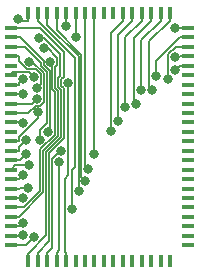
<source format=gtl>
%TF.GenerationSoftware,KiCad,Pcbnew,7.0.8*%
%TF.CreationDate,2024-02-10T12:17:18+00:00*%
%TF.ProjectId,Neptune-32x-315-5805-bypass,4e657074-756e-4652-9d33-32782d333135,rev?*%
%TF.SameCoordinates,Original*%
%TF.FileFunction,Copper,L1,Top*%
%TF.FilePolarity,Positive*%
%FSLAX46Y46*%
G04 Gerber Fmt 4.6, Leading zero omitted, Abs format (unit mm)*
G04 Created by KiCad (PCBNEW 7.0.8) date 2024-02-10 12:17:18*
%MOMM*%
%LPD*%
G01*
G04 APERTURE LIST*
%TA.AperFunction,SMDPad,CuDef*%
%ADD10R,1.000000X0.300000*%
%TD*%
%TA.AperFunction,SMDPad,CuDef*%
%ADD11R,0.300000X1.000000*%
%TD*%
%TA.AperFunction,ViaPad*%
%ADD12C,0.800000*%
%TD*%
%TA.AperFunction,Conductor*%
%ADD13C,0.127000*%
%TD*%
G04 APERTURE END LIST*
D10*
%TO.P,IC1,1,RA4*%
%TO.N,VA4*%
X97572800Y-64505600D03*
%TO.P,IC1,2,RA3*%
%TO.N,VA3*%
X97572800Y-65305600D03*
%TO.P,IC1,3,RA2*%
%TO.N,VA2*%
X97572800Y-66105600D03*
%TO.P,IC1,4,RA1*%
%TO.N,VA1*%
X97572800Y-66905600D03*
%TO.P,IC1,5,GND*%
%TO.N,unconnected-(IC1-GND-Pad5)*%
X97572800Y-67705600D03*
%TO.P,IC1,6,VA23*%
%TO.N,VA23*%
X97572800Y-68505600D03*
%TO.P,IC1,7,VA22*%
%TO.N,VA22*%
X97572800Y-69305600D03*
%TO.P,IC1,8,OVA21*%
%TO.N,VA21*%
X97572800Y-70105600D03*
%TO.P,IC1,9,OVA20*%
%TO.N,VA20*%
X97572800Y-70905600D03*
%TO.P,IC1,10,OVA19*%
%TO.N,VA19*%
X97572800Y-71705600D03*
%TO.P,IC1,11,VA18*%
%TO.N,VA18*%
X97572800Y-72505600D03*
%TO.P,IC1,12,GND*%
%TO.N,unconnected-(IC1-GND-Pad12)*%
X97572800Y-73305600D03*
%TO.P,IC1,13,VA17*%
%TO.N,VA17*%
X97572800Y-74105600D03*
%TO.P,IC1,14,VA16*%
%TO.N,VA16*%
X97572800Y-74905600D03*
%TO.P,IC1,15,VA15*%
%TO.N,VA15*%
X97572800Y-75705600D03*
%TO.P,IC1,16,VA14*%
%TO.N,VA14*%
X97572800Y-76505600D03*
%TO.P,IC1,17,VA13*%
%TO.N,VA13*%
X97572800Y-77305600D03*
%TO.P,IC1,18,VA12*%
%TO.N,VA12*%
X97572800Y-78105600D03*
%TO.P,IC1,19,VA11*%
%TO.N,VA11*%
X97572800Y-78905600D03*
%TO.P,IC1,20,VA10*%
%TO.N,VA10*%
X97572800Y-79705600D03*
%TO.P,IC1,21,VA9*%
%TO.N,VA9*%
X97572800Y-80505600D03*
%TO.P,IC1,22,VA8*%
%TO.N,VA8*%
X97572800Y-81305600D03*
%TO.P,IC1,23,VA7*%
%TO.N,VA7*%
X97572800Y-82105600D03*
%TO.P,IC1,24,VA6*%
%TO.N,VA6*%
X97572800Y-82905600D03*
D11*
%TO.P,IC1,25,VA5*%
%TO.N,VA5*%
X99072800Y-84205600D03*
%TO.P,IC1,26,VA4*%
%TO.N,VA4*%
X99872800Y-84205600D03*
%TO.P,IC1,27,VA3*%
%TO.N,VA3*%
X100672800Y-84205600D03*
%TO.P,IC1,28,VA2*%
%TO.N,VA2*%
X101472800Y-84205600D03*
%TO.P,IC1,29,VA1*%
%TO.N,VA1*%
X102272800Y-84205600D03*
%TO.P,IC1,30,SHA21*%
%TO.N,unconnected-(IC1-SHA21-Pad30)*%
X103072800Y-84205600D03*
%TO.P,IC1,31,SHA20*%
%TO.N,unconnected-(IC1-SHA20-Pad31)*%
X103872800Y-84205600D03*
%TO.P,IC1,32,CKIO*%
%TO.N,unconnected-(IC1-CKIO-Pad32)*%
X104672800Y-84205600D03*
%TO.P,IC1,33,GND*%
%TO.N,unconnected-(IC1-GND-Pad33)*%
X105472800Y-84205600D03*
%TO.P,IC1,34,VDD*%
%TO.N,unconnected-(IC1-VDD-Pad34)*%
X106272800Y-84205600D03*
%TO.P,IC1,35,BREQ*%
%TO.N,unconnected-(IC1-BREQ-Pad35)*%
X107072800Y-84205600D03*
%TO.P,IC1,36,OBACK*%
%TO.N,unconnected-(IC1-OBACK-Pad36)*%
X107872800Y-84205600D03*
%TO.P,IC1,37,OBACK*%
%TO.N,unconnected-(IC1-OBACK-Pad37)*%
X108672800Y-84205600D03*
%TO.P,IC1,38,SHA19*%
%TO.N,unconnected-(IC1-SHA19-Pad38)*%
X109472800Y-84205600D03*
%TO.P,IC1,39,SHA18*%
%TO.N,unconnected-(IC1-SHA18-Pad39)*%
X110272800Y-84205600D03*
%TO.P,IC1,40,SHA1*%
%TO.N,unconnected-(IC1-SHA1-Pad40)*%
X111072800Y-84205600D03*
D10*
%TO.P,IC1,41,SHA2*%
%TO.N,unconnected-(IC1-SHA2-Pad41)*%
X112572800Y-82905600D03*
%TO.P,IC1,42,SHA3*%
%TO.N,unconnected-(IC1-SHA3-Pad42)*%
X112572800Y-82105600D03*
%TO.P,IC1,43,SHA4*%
%TO.N,unconnected-(IC1-SHA4-Pad43)*%
X112572800Y-81305600D03*
%TO.P,IC1,44,SHA5*%
%TO.N,unconnected-(IC1-SHA5-Pad44)*%
X112572800Y-80505600D03*
%TO.P,IC1,45,SHA6*%
%TO.N,unconnected-(IC1-SHA6-Pad45)*%
X112572800Y-79705600D03*
%TO.P,IC1,46,SHA7*%
%TO.N,unconnected-(IC1-SHA7-Pad46)*%
X112572800Y-78905600D03*
%TO.P,IC1,47,SHA8*%
%TO.N,unconnected-(IC1-SHA8-Pad47)*%
X112572800Y-78105600D03*
%TO.P,IC1,48,SHA9*%
%TO.N,unconnected-(IC1-SHA9-Pad48)*%
X112572800Y-77305600D03*
%TO.P,IC1,49,SHA10*%
%TO.N,unconnected-(IC1-SHA10-Pad49)*%
X112572800Y-76505600D03*
%TO.P,IC1,50,SHA11*%
%TO.N,unconnected-(IC1-SHA11-Pad50)*%
X112572800Y-75705600D03*
%TO.P,IC1,51,SHA12*%
%TO.N,unconnected-(IC1-SHA12-Pad51)*%
X112572800Y-74905600D03*
%TO.P,IC1,52,SHA13*%
%TO.N,unconnected-(IC1-SHA13-Pad52)*%
X112572800Y-74105600D03*
%TO.P,IC1,53,GND*%
%TO.N,unconnected-(IC1-GND-Pad53)*%
X112572800Y-73305600D03*
%TO.P,IC1,54,SHA14*%
%TO.N,unconnected-(IC1-SHA14-Pad54)*%
X112572800Y-72505600D03*
%TO.P,IC1,55,SHA15*%
%TO.N,unconnected-(IC1-SHA15-Pad55)*%
X112572800Y-71705600D03*
%TO.P,IC1,56,SHA16*%
%TO.N,unconnected-(IC1-SHA16-Pad56)*%
X112572800Y-70905600D03*
%TO.P,IC1,57,SHA17*%
%TO.N,unconnected-(IC1-SHA17-Pad57)*%
X112572800Y-70105600D03*
%TO.P,IC1,58,~{SEL}*%
%TO.N,unconnected-(IC1-~{SEL}-Pad58)*%
X112572800Y-69305600D03*
%TO.P,IC1,59,GND*%
%TO.N,unconnected-(IC1-GND-Pad59)*%
X112572800Y-68505600D03*
%TO.P,IC1,60,RA23*%
%TO.N,VA23*%
X112572800Y-67705600D03*
%TO.P,IC1,61,RA22*%
%TO.N,VA22*%
X112572800Y-66905600D03*
%TO.P,IC1,62,RA21*%
%TO.N,VA21*%
X112572800Y-66105600D03*
%TO.P,IC1,63,RA20*%
%TO.N,VA20*%
X112572800Y-65305600D03*
%TO.P,IC1,64,RA19*%
%TO.N,VA19*%
X112572800Y-64505600D03*
D11*
%TO.P,IC1,65,RA18*%
%TO.N,VA18*%
X111072800Y-63205600D03*
%TO.P,IC1,66,RA17*%
%TO.N,VA17*%
X110272800Y-63205600D03*
%TO.P,IC1,67,RA16*%
%TO.N,VA16*%
X109472800Y-63205600D03*
%TO.P,IC1,68,RA15*%
%TO.N,VA15*%
X108672800Y-63205600D03*
%TO.P,IC1,69,RA14*%
%TO.N,VA14*%
X107872800Y-63205600D03*
%TO.P,IC1,70,RA13*%
%TO.N,VA13*%
X107072800Y-63205600D03*
%TO.P,IC1,71,GND*%
%TO.N,unconnected-(IC1-GND-Pad71)*%
X106272800Y-63205600D03*
%TO.P,IC1,72,VDD*%
%TO.N,unconnected-(IC1-VDD-Pad72)*%
X105472800Y-63205600D03*
%TO.P,IC1,73,RA12*%
%TO.N,VA12*%
X104672800Y-63205600D03*
%TO.P,IC1,74,RA11*%
%TO.N,VA11*%
X103872800Y-63205600D03*
%TO.P,IC1,75,RA10*%
%TO.N,VA10*%
X103072800Y-63205600D03*
%TO.P,IC1,76,RA9*%
%TO.N,VA9*%
X102272800Y-63205600D03*
%TO.P,IC1,77,RA8*%
%TO.N,VA8*%
X101472800Y-63205600D03*
%TO.P,IC1,78,RA7*%
%TO.N,VA7*%
X100672800Y-63205600D03*
%TO.P,IC1,79,RA6*%
%TO.N,VA6*%
X99872800Y-63205600D03*
%TO.P,IC1,80,RA5*%
%TO.N,VA5*%
X99072800Y-63205600D03*
%TD*%
D12*
%TO.N,VA5*%
X98179600Y-63762100D03*
X100015700Y-65336800D03*
%TO.N,VA6*%
X102778500Y-79862800D03*
X99556200Y-82221000D03*
%TO.N,VA7*%
X103374500Y-78326400D03*
X98621500Y-82042800D03*
%TO.N,VA8*%
X103908600Y-77485000D03*
X98618700Y-81046000D03*
%TO.N,VA9*%
X102272800Y-64326500D03*
X100431700Y-66222500D03*
%TO.N,VA10*%
X103072800Y-65238800D03*
X100942500Y-67369100D03*
%TO.N,VA11*%
X104151100Y-76436300D03*
X98613200Y-78928200D03*
%TO.N,VA12*%
X104672800Y-75156100D03*
X99016000Y-78018500D03*
%TO.N,VA13*%
X106048900Y-73241200D03*
X98604600Y-76957600D03*
%TO.N,VA14*%
X106632700Y-72377200D03*
X99101800Y-76149300D03*
%TO.N,VA15*%
X107283300Y-71163400D03*
X98869500Y-75221600D03*
%TO.N,VA16*%
X108209300Y-70931700D03*
X98858500Y-73985900D03*
%TO.N,VA17*%
X108645200Y-69764000D03*
X99927100Y-71660000D03*
%TO.N,VA18*%
X109565600Y-69764000D03*
X98593900Y-72550600D03*
%TO.N,VA19*%
X111517500Y-64510900D03*
X99158200Y-67353700D03*
%TO.N,VA20*%
X109921200Y-68596300D03*
X99821100Y-70492300D03*
%TO.N,VA21*%
X110918000Y-68855400D03*
X98599800Y-70138400D03*
%TO.N,VA22*%
X111503100Y-66994000D03*
X98599400Y-68863600D03*
%TO.N,VA23*%
X111511700Y-68082400D03*
X99524400Y-68651500D03*
%TO.N,VA1*%
X102452400Y-69168100D03*
X99786200Y-69571900D03*
%TO.N,VA2*%
X100051500Y-74009500D03*
X101671900Y-75856100D03*
%TO.N,VA3*%
X101825700Y-74935700D03*
X100721300Y-73339600D03*
%TD*%
D13*
%TO.N,VA5*%
X99072800Y-84205600D02*
X99072800Y-83521800D01*
X99072800Y-63205600D02*
X99072800Y-63889400D01*
X98306900Y-63889400D02*
X98179600Y-63762100D01*
X99072800Y-63889400D02*
X98306900Y-63889400D01*
X99146700Y-83521800D02*
X99072800Y-83521800D01*
X100593500Y-82075000D02*
X99146700Y-83521800D01*
X100593500Y-74992700D02*
X100593500Y-82075000D01*
X101829200Y-73757000D02*
X100593500Y-74992700D01*
X101829200Y-69720100D02*
X101829200Y-73757000D01*
X101606600Y-69497500D02*
X101829200Y-69720100D01*
X101606600Y-68729300D02*
X101606600Y-69497500D01*
X101773600Y-68562300D02*
X101606600Y-68729300D01*
X101773600Y-66738600D02*
X101773600Y-68562300D01*
X100371900Y-65336900D02*
X101773600Y-66738600D01*
X100015700Y-65336900D02*
X100371900Y-65336900D01*
X100015700Y-65336800D02*
X100015700Y-65336900D01*
%TO.N,VA6*%
X99872800Y-63205600D02*
X99872800Y-63889400D01*
X98871600Y-82905600D02*
X97572800Y-82905600D01*
X99556200Y-82221000D02*
X98871600Y-82905600D01*
X102778500Y-76572700D02*
X102778500Y-79862800D01*
X103036800Y-76314400D02*
X102778500Y-76572700D01*
X103036800Y-67053400D02*
X103036800Y-76314400D01*
X99872800Y-63889400D02*
X103036800Y-67053400D01*
%TO.N,VA7*%
X97572800Y-82105600D02*
X98256600Y-82105600D01*
X98319400Y-82042800D02*
X98256600Y-82105600D01*
X98621500Y-82042800D02*
X98319400Y-82042800D01*
X100672800Y-63205600D02*
X100672800Y-63889400D01*
X103319900Y-78271800D02*
X103374500Y-78326400D01*
X103319900Y-66886200D02*
X103319900Y-78271800D01*
X100672800Y-64239100D02*
X103319900Y-66886200D01*
X100672800Y-63889400D02*
X100672800Y-64239100D01*
%TO.N,VA8*%
X98359100Y-81305600D02*
X97572800Y-81305600D01*
X98618700Y-81046000D02*
X98359100Y-81305600D01*
X103567300Y-77143700D02*
X103908600Y-77485000D01*
X103567300Y-66783600D02*
X103567300Y-77143700D01*
X101472800Y-64689100D02*
X103567300Y-66783600D01*
X101472800Y-63205600D02*
X101472800Y-64689100D01*
%TO.N,VA9*%
X97572800Y-80505600D02*
X98256600Y-80505600D01*
X102272800Y-63205600D02*
X102272800Y-64326500D01*
X100694400Y-66222500D02*
X100431700Y-66222500D01*
X101526300Y-67054400D02*
X100694400Y-66222500D01*
X101526300Y-67610900D02*
X101526300Y-67054400D01*
X101359300Y-67777900D02*
X101526300Y-67610900D01*
X101359300Y-69599900D02*
X101359300Y-67777900D01*
X101581800Y-69822400D02*
X101359300Y-69599900D01*
X101581800Y-73654700D02*
X101581800Y-69822400D01*
X100346200Y-74890300D02*
X101581800Y-73654700D01*
X100346200Y-78416000D02*
X100346200Y-74890300D01*
X98256600Y-80505600D02*
X100346200Y-78416000D01*
%TO.N,VA10*%
X97572800Y-79705600D02*
X98256600Y-79705600D01*
X103072800Y-63205600D02*
X103072800Y-63889400D01*
X101112000Y-67538600D02*
X100942500Y-67369100D01*
X101112000Y-69702300D02*
X101112000Y-67538600D01*
X101326100Y-69916400D02*
X101112000Y-69702300D01*
X101326100Y-73560700D02*
X101326100Y-69916400D01*
X100098900Y-74787900D02*
X101326100Y-73560700D01*
X100098900Y-78295300D02*
X100098900Y-74787900D01*
X98688600Y-79705600D02*
X100098900Y-78295300D01*
X98256600Y-79705600D02*
X98688600Y-79705600D01*
X103072800Y-63889400D02*
X103072800Y-65238800D01*
%TO.N,VA11*%
X103872800Y-76158000D02*
X104151100Y-76436300D01*
X103872800Y-63889400D02*
X103872800Y-76158000D01*
X98279200Y-78928200D02*
X98256600Y-78905600D01*
X98613200Y-78928200D02*
X98279200Y-78928200D01*
X97572800Y-78905600D02*
X98256600Y-78905600D01*
X103872800Y-63205600D02*
X103872800Y-63889400D01*
%TO.N,VA12*%
X97572800Y-78105600D02*
X98256600Y-78105600D01*
X98343700Y-78018500D02*
X98256600Y-78105600D01*
X99016000Y-78018500D02*
X98343700Y-78018500D01*
X104672800Y-63205600D02*
X104672800Y-75156100D01*
%TO.N,VA13*%
X97572800Y-77305600D02*
X98256600Y-77305600D01*
X98604600Y-76957600D02*
X98256600Y-77305600D01*
X107072800Y-63205600D02*
X107072800Y-63889400D01*
X106048900Y-64913300D02*
X106048900Y-73241200D01*
X107072800Y-63889400D02*
X106048900Y-64913300D01*
%TO.N,VA14*%
X106632700Y-65129500D02*
X106632700Y-72377200D01*
X107872800Y-63889400D02*
X106632700Y-65129500D01*
X107872800Y-63205600D02*
X107872800Y-63889400D01*
X97929100Y-76149300D02*
X97572800Y-76505600D01*
X99101800Y-76149300D02*
X97929100Y-76149300D01*
%TO.N,VA15*%
X107283300Y-65278900D02*
X107283300Y-71163400D01*
X108672800Y-63889400D02*
X107283300Y-65278900D01*
X98385500Y-75705600D02*
X97572800Y-75705600D01*
X98869500Y-75221600D02*
X98385500Y-75705600D01*
X108672800Y-63205600D02*
X108672800Y-63889400D01*
%TO.N,VA16*%
X97572800Y-74905600D02*
X98256600Y-74905600D01*
X109472800Y-63205600D02*
X109472800Y-63889400D01*
X98256600Y-74587800D02*
X98256600Y-74905600D01*
X98858500Y-73985900D02*
X98256600Y-74587800D01*
X108039900Y-70762300D02*
X108209300Y-70931700D01*
X108039900Y-65322300D02*
X108039900Y-70762300D01*
X109472800Y-63889400D02*
X108039900Y-65322300D01*
%TO.N,VA17*%
X97572800Y-74105600D02*
X98256600Y-74105600D01*
X110272800Y-63205600D02*
X110272800Y-63889400D01*
X108645200Y-65517000D02*
X108645200Y-69764000D01*
X110272800Y-63889400D02*
X108645200Y-65517000D01*
X99927100Y-72091800D02*
X99927100Y-71660000D01*
X98256600Y-73762300D02*
X99927100Y-72091800D01*
X98256600Y-74105600D02*
X98256600Y-73762300D01*
%TO.N,VA18*%
X98301600Y-72550600D02*
X98256600Y-72505600D01*
X98593900Y-72550600D02*
X98301600Y-72550600D01*
X97572800Y-72505600D02*
X98256600Y-72505600D01*
X111072800Y-63205600D02*
X111072800Y-63889400D01*
X109309800Y-69508200D02*
X109565600Y-69764000D01*
X109309800Y-65652400D02*
X109309800Y-69508200D01*
X111072800Y-63889400D02*
X109309800Y-65652400D01*
%TO.N,VA19*%
X97572800Y-71705600D02*
X98256600Y-71705600D01*
X112572800Y-64505600D02*
X111889000Y-64505600D01*
X111883700Y-64510900D02*
X111517500Y-64510900D01*
X111889000Y-64505600D02*
X111883700Y-64510900D01*
X99056000Y-71705600D02*
X98256600Y-71705600D01*
X99685400Y-71076200D02*
X99056000Y-71705600D01*
X100082100Y-71076200D02*
X99685400Y-71076200D01*
X100404900Y-70753400D02*
X100082100Y-71076200D01*
X100404900Y-70250500D02*
X100404900Y-70753400D01*
X100370100Y-70215700D02*
X100404900Y-70250500D01*
X100370100Y-68321900D02*
X100370100Y-70215700D01*
X99401900Y-67353700D02*
X100370100Y-68321900D01*
X99158200Y-67353700D02*
X99401900Y-67353700D01*
%TO.N,VA20*%
X112572800Y-65305600D02*
X111889000Y-65305600D01*
X109921200Y-67273400D02*
X109921200Y-68596300D01*
X111889000Y-65305600D02*
X109921200Y-67273400D01*
X99407800Y-70905600D02*
X99821100Y-70492300D01*
X97572800Y-70905600D02*
X99407800Y-70905600D01*
%TO.N,VA21*%
X98567000Y-70105600D02*
X98599800Y-70138400D01*
X97572800Y-70105600D02*
X98567000Y-70105600D01*
X111551900Y-66105600D02*
X112572800Y-66105600D01*
X110918000Y-66739500D02*
X111551900Y-66105600D01*
X110918000Y-68855400D02*
X110918000Y-66739500D01*
%TO.N,VA22*%
X111800600Y-66994000D02*
X111503100Y-66994000D01*
X111889000Y-66905600D02*
X111800600Y-66994000D01*
X112572800Y-66905600D02*
X111889000Y-66905600D01*
X97572800Y-69305600D02*
X98256600Y-69305600D01*
X98256600Y-69206400D02*
X98599400Y-68863600D01*
X98256600Y-69305600D02*
X98256600Y-69206400D01*
%TO.N,VA23*%
X111888500Y-67705600D02*
X111511700Y-68082400D01*
X112572800Y-67705600D02*
X111888500Y-67705600D01*
X99152600Y-68279700D02*
X99524400Y-68651500D01*
X97798700Y-68279700D02*
X99152600Y-68279700D01*
X97572800Y-68505600D02*
X97798700Y-68279700D01*
%TO.N,VA1*%
X97572800Y-66905600D02*
X98256600Y-66905600D01*
X102272800Y-84205600D02*
X102272800Y-83521800D01*
X102452400Y-77000100D02*
X102452400Y-69168100D01*
X102190700Y-77261800D02*
X102452400Y-77000100D01*
X102190700Y-83439700D02*
X102190700Y-77261800D01*
X102272800Y-83521800D02*
X102190700Y-83439700D01*
X100108200Y-69249900D02*
X99786200Y-69571900D01*
X100108200Y-68409700D02*
X100108200Y-69249900D01*
X99706100Y-68007600D02*
X100108200Y-68409700D01*
X98955400Y-68007600D02*
X99706100Y-68007600D01*
X98256600Y-67308800D02*
X98955400Y-68007600D01*
X98256600Y-66905600D02*
X98256600Y-67308800D01*
%TO.N,VA2*%
X101472800Y-84205600D02*
X101472800Y-83521800D01*
X97572800Y-66105600D02*
X98256600Y-66105600D01*
X100051500Y-73183900D02*
X100051500Y-74009500D01*
X100652200Y-72583200D02*
X100051500Y-73183900D01*
X100652200Y-70148100D02*
X100652200Y-72583200D01*
X100617400Y-70113300D02*
X100652200Y-70148100D01*
X100617400Y-68219500D02*
X100617400Y-70113300D01*
X100109800Y-67711900D02*
X100617400Y-68219500D01*
X100109800Y-67467200D02*
X100109800Y-67711900D01*
X98748200Y-66105600D02*
X100109800Y-67467200D01*
X98256600Y-66105600D02*
X98748200Y-66105600D01*
X101671900Y-83322700D02*
X101671900Y-75856100D01*
X101472800Y-83521800D02*
X101671900Y-83322700D01*
%TO.N,VA3*%
X97572800Y-65305600D02*
X98256600Y-65305600D01*
X100672800Y-84205600D02*
X100672800Y-83521800D01*
X100899500Y-73161400D02*
X100721300Y-73339600D01*
X100899500Y-70045700D02*
X100899500Y-73161400D01*
X100864700Y-70010900D02*
X100899500Y-70045700D01*
X100864700Y-68117100D02*
X100864700Y-70010900D01*
X100357100Y-67609500D02*
X100864700Y-68117100D01*
X100357100Y-67331500D02*
X100357100Y-67609500D01*
X98331200Y-65305600D02*
X100357100Y-67331500D01*
X98256600Y-65305600D02*
X98331200Y-65305600D01*
X101088100Y-83106500D02*
X100672800Y-83521800D01*
X101088100Y-75614400D02*
X101088100Y-83106500D01*
X101766800Y-74935700D02*
X101088100Y-75614400D01*
X101825700Y-74935700D02*
X101766800Y-74935700D01*
%TO.N,VA4*%
X99872800Y-84205600D02*
X99872800Y-83521800D01*
X100840800Y-82553800D02*
X99872800Y-83521800D01*
X100840800Y-75095100D02*
X100840800Y-82553800D01*
X102076500Y-73859400D02*
X100840800Y-75095100D01*
X102076500Y-69617700D02*
X102076500Y-73859400D01*
X101853900Y-69395100D02*
X102076500Y-69617700D01*
X101853900Y-68831700D02*
X101853900Y-69395100D01*
X102064800Y-68620800D02*
X101853900Y-68831700D01*
X102064800Y-66515700D02*
X102064800Y-68620800D01*
X100054700Y-64505600D02*
X102064800Y-66515700D01*
X97572800Y-64505600D02*
X100054700Y-64505600D01*
%TD*%
M02*

</source>
